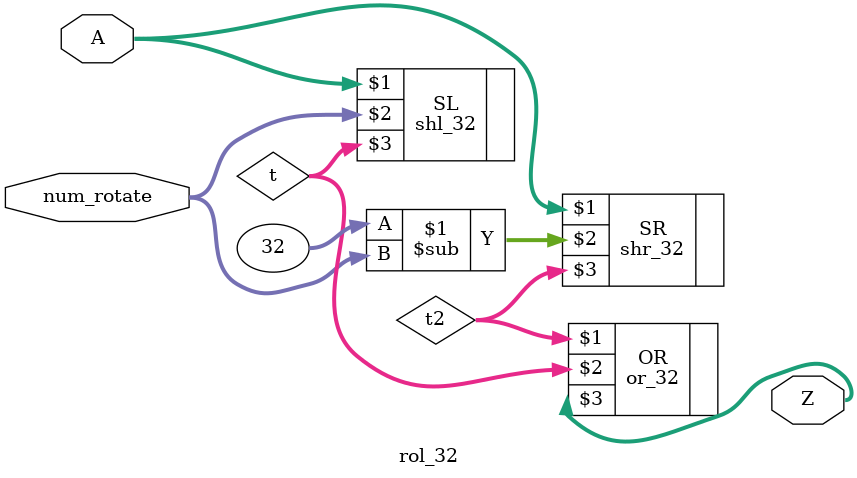
<source format=v>
module rol_32(input [31:0] A, num_rotate, output [31:0] Z);
wire [31:0] t;
wire [31:0] t2;
shl_32 SL(A, num_rotate, t);
shr_32 SR(A, 32-num_rotate, t2);
or_32 OR(t2, t, Z);
endmodule

</source>
